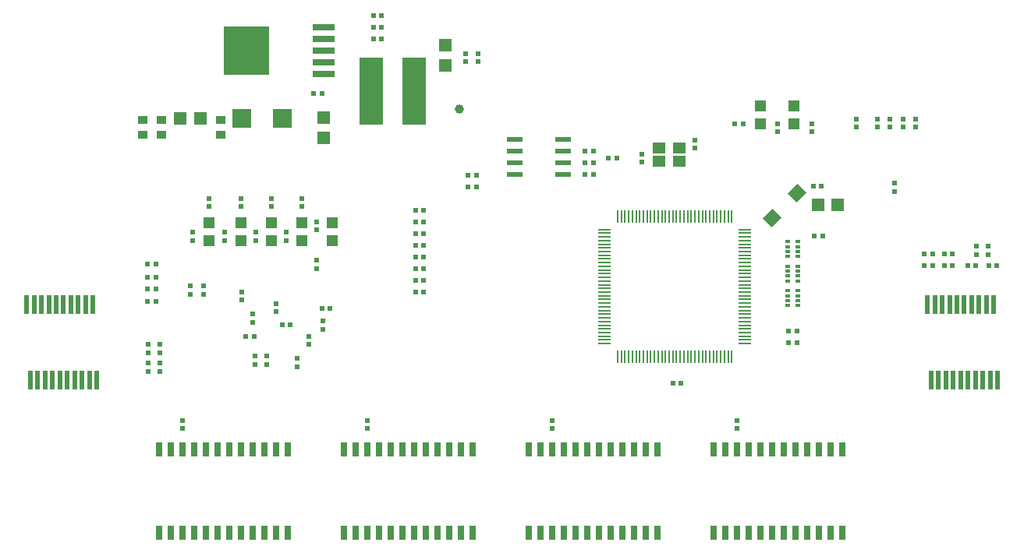
<source format=gtp>
G04*
G04 #@! TF.GenerationSoftware,Altium Limited,Altium Designer,20.0.2 (26)*
G04*
G04 Layer_Color=8421504*
%FSLAX25Y25*%
%MOIN*%
G70*
G01*
G75*
%ADD20R,0.05500X0.05500*%
%ADD21R,0.05500X0.05500*%
%ADD22R,0.04000X0.03500*%
G04:AMPARAMS|DCode=23|XSize=78.74mil|YSize=78.74mil|CornerRadius=0mil|HoleSize=0mil|Usage=FLASHONLY|Rotation=0.000|XOffset=0mil|YOffset=0mil|HoleType=Round|Shape=RoundedRectangle|*
%AMROUNDEDRECTD23*
21,1,0.07874,0.07874,0,0,0.0*
21,1,0.07874,0.07874,0,0,0.0*
1,1,0.00000,0.03937,-0.03937*
1,1,0.00000,-0.03937,-0.03937*
1,1,0.00000,-0.03937,0.03937*
1,1,0.00000,0.03937,0.03937*
%
%ADD23ROUNDEDRECTD23*%
%ADD24R,0.01970X0.07874*%
%ADD25R,0.01968X0.02362*%
%ADD26R,0.02362X0.01968*%
%ADD27R,0.05100X0.04700*%
G04:AMPARAMS|DCode=28|XSize=59.06mil|YSize=55.12mil|CornerRadius=0mil|HoleSize=0mil|Usage=FLASHONLY|Rotation=225.000|XOffset=0mil|YOffset=0mil|HoleType=Round|Shape=Rectangle|*
%AMROTATEDRECTD28*
4,1,4,0.00139,0.04037,0.04037,0.00139,-0.00139,-0.04037,-0.04037,-0.00139,0.00139,0.04037,0.0*
%
%ADD28ROTATEDRECTD28*%

%ADD29R,0.02165X0.01600*%
%ADD30R,0.02165X0.01200*%
%ADD31R,0.02992X0.06142*%
%ADD32R,0.07100X0.02400*%
%ADD33R,0.00787X0.05748*%
%ADD34R,0.05748X0.00787*%
%ADD35R,0.05512X0.04724*%
%ADD36C,0.03937*%
%ADD37R,0.10433X0.28740*%
%ADD38R,0.09449X0.03150*%
%ADD39R,0.19685X0.20866*%
D20*
X158000Y263750D02*
D03*
Y255250D02*
D03*
X210000Y286250D02*
D03*
Y294750D02*
D03*
D21*
X96750Y263500D02*
D03*
X105250D02*
D03*
X377750Y226500D02*
D03*
X369250D02*
D03*
D22*
X80500Y262650D02*
D03*
Y256350D02*
D03*
X114000Y262650D02*
D03*
Y256350D02*
D03*
X88500Y262650D02*
D03*
Y256350D02*
D03*
D23*
X140161Y263500D02*
D03*
X122839D02*
D03*
D24*
X416040Y183825D02*
D03*
X419190D02*
D03*
X422340D02*
D03*
X425490D02*
D03*
X428638D02*
D03*
X431787D02*
D03*
X434937D02*
D03*
X438087D02*
D03*
X441236D02*
D03*
X444386D02*
D03*
X445960Y151545D02*
D03*
X442810D02*
D03*
X439660D02*
D03*
X436510D02*
D03*
X433362D02*
D03*
X430213D02*
D03*
X427063D02*
D03*
X423913D02*
D03*
X420764D02*
D03*
X417614D02*
D03*
X32614D02*
D03*
X35764D02*
D03*
X38913D02*
D03*
X42063D02*
D03*
X45213D02*
D03*
X48362D02*
D03*
X51510D02*
D03*
X54660D02*
D03*
X57810D02*
D03*
X60960D02*
D03*
X59386Y183825D02*
D03*
X56236D02*
D03*
X53087D02*
D03*
X49937D02*
D03*
X46787D02*
D03*
X43638D02*
D03*
X40490D02*
D03*
X37340D02*
D03*
X34190D02*
D03*
X31040D02*
D03*
D25*
X157272Y274000D02*
D03*
X153728D02*
D03*
X124728Y170000D02*
D03*
X128272D02*
D03*
X143772Y175000D02*
D03*
X140228D02*
D03*
X179228Y297500D02*
D03*
X182772D02*
D03*
Y302500D02*
D03*
X179228D02*
D03*
X337272Y261000D02*
D03*
X333728D02*
D03*
X367228Y234500D02*
D03*
X370772D02*
D03*
X273272Y249500D02*
D03*
X269728D02*
D03*
X197228Y214000D02*
D03*
X200772D02*
D03*
X157228Y182000D02*
D03*
X160772D02*
D03*
X197228Y219000D02*
D03*
X200772D02*
D03*
X197228Y224000D02*
D03*
X200772D02*
D03*
X197228Y209000D02*
D03*
X200772D02*
D03*
X307228Y150000D02*
D03*
X310772D02*
D03*
X367728Y213000D02*
D03*
X371272D02*
D03*
X197228Y204000D02*
D03*
X200772D02*
D03*
X197228Y199000D02*
D03*
X200772D02*
D03*
X197228Y189000D02*
D03*
X200772D02*
D03*
X86272Y185000D02*
D03*
X82728D02*
D03*
Y190500D02*
D03*
X86272D02*
D03*
X82728Y195500D02*
D03*
X86272D02*
D03*
Y201000D02*
D03*
X82728D02*
D03*
X273272Y239500D02*
D03*
X269728D02*
D03*
X273272Y244500D02*
D03*
X269728D02*
D03*
X283272Y246500D02*
D03*
X279728D02*
D03*
X219728Y234000D02*
D03*
X223272D02*
D03*
X219728Y239000D02*
D03*
X223272D02*
D03*
X197228Y194000D02*
D03*
X200772D02*
D03*
X182772Y307500D02*
D03*
X179228D02*
D03*
X360272Y172500D02*
D03*
X356728D02*
D03*
X360272Y167500D02*
D03*
X356728D02*
D03*
X418272Y205500D02*
D03*
X414728D02*
D03*
Y200500D02*
D03*
X418272D02*
D03*
X426772D02*
D03*
X423228D02*
D03*
Y205500D02*
D03*
X426772D02*
D03*
X433228Y200500D02*
D03*
X436772D02*
D03*
X445772D02*
D03*
X442228D02*
D03*
D26*
X127500Y179772D02*
D03*
Y176228D02*
D03*
X224000Y287728D02*
D03*
Y291272D02*
D03*
X218500Y287728D02*
D03*
Y291272D02*
D03*
X352000Y261272D02*
D03*
Y257728D02*
D03*
X366500D02*
D03*
Y261272D02*
D03*
X385500Y259728D02*
D03*
Y263272D02*
D03*
X394500Y259728D02*
D03*
Y263272D02*
D03*
X400000Y259728D02*
D03*
Y263272D02*
D03*
X405500Y259728D02*
D03*
Y263272D02*
D03*
X411000Y259728D02*
D03*
Y263272D02*
D03*
X402000Y232228D02*
D03*
Y235772D02*
D03*
X97500Y130728D02*
D03*
Y134272D02*
D03*
X176500Y130728D02*
D03*
Y134272D02*
D03*
X255500Y130728D02*
D03*
Y134272D02*
D03*
X334500Y130728D02*
D03*
Y134272D02*
D03*
X102000Y214772D02*
D03*
Y211228D02*
D03*
X122500Y229272D02*
D03*
Y225728D02*
D03*
X129000Y214772D02*
D03*
Y211228D02*
D03*
X148500Y229272D02*
D03*
Y225728D02*
D03*
X151500Y170272D02*
D03*
Y166728D02*
D03*
X137500Y184272D02*
D03*
Y180728D02*
D03*
X128500Y158228D02*
D03*
Y161772D02*
D03*
X123000Y185728D02*
D03*
Y189272D02*
D03*
X155000Y215728D02*
D03*
Y219272D02*
D03*
X142000Y214772D02*
D03*
Y211228D02*
D03*
X135500Y229272D02*
D03*
Y225728D02*
D03*
X115500Y214772D02*
D03*
Y211228D02*
D03*
X109000Y229272D02*
D03*
Y225728D02*
D03*
X101000Y191772D02*
D03*
Y188228D02*
D03*
X106500Y191772D02*
D03*
Y188228D02*
D03*
X155000Y202772D02*
D03*
Y199228D02*
D03*
X88000Y158772D02*
D03*
Y155228D02*
D03*
X83000D02*
D03*
Y158772D02*
D03*
Y166772D02*
D03*
Y163228D02*
D03*
X88000D02*
D03*
Y166772D02*
D03*
X294000Y244728D02*
D03*
Y248272D02*
D03*
X316500Y250728D02*
D03*
Y254272D02*
D03*
X157500Y173228D02*
D03*
Y176772D02*
D03*
X146500Y160772D02*
D03*
Y157228D02*
D03*
X133500Y158228D02*
D03*
Y161772D02*
D03*
X437000Y205228D02*
D03*
Y208772D02*
D03*
X442000Y205228D02*
D03*
Y208772D02*
D03*
D27*
X344500Y261063D02*
D03*
Y268937D02*
D03*
X359000Y261063D02*
D03*
Y268937D02*
D03*
X109000Y211063D02*
D03*
Y218937D02*
D03*
X122500Y211063D02*
D03*
Y218937D02*
D03*
X135500Y211063D02*
D03*
Y218937D02*
D03*
X148500Y211063D02*
D03*
Y218937D02*
D03*
X161500Y211063D02*
D03*
Y218937D02*
D03*
D28*
X349685Y220685D02*
D03*
X360315Y231315D02*
D03*
D29*
X360567Y204350D02*
D03*
Y210650D02*
D03*
X356433D02*
D03*
Y204350D02*
D03*
X360567Y193850D02*
D03*
Y200150D02*
D03*
X356433D02*
D03*
Y193850D02*
D03*
X360567Y183350D02*
D03*
Y189650D02*
D03*
X356433D02*
D03*
Y183350D02*
D03*
D30*
X360567Y206516D02*
D03*
Y208484D02*
D03*
X356433D02*
D03*
Y206516D02*
D03*
X360567Y196016D02*
D03*
Y197984D02*
D03*
X356433D02*
D03*
Y196016D02*
D03*
X360567Y185516D02*
D03*
Y187484D02*
D03*
X356433D02*
D03*
Y185516D02*
D03*
D31*
X379500Y121815D02*
D03*
X374500D02*
D03*
X379500Y86185D02*
D03*
X369500Y121815D02*
D03*
X364500D02*
D03*
X349500D02*
D03*
X354500D02*
D03*
X359500D02*
D03*
X334500D02*
D03*
X339500D02*
D03*
X344500D02*
D03*
X324500D02*
D03*
X329500D02*
D03*
X374500Y86185D02*
D03*
X369500D02*
D03*
X364500D02*
D03*
X359500D02*
D03*
X354500D02*
D03*
X349500D02*
D03*
X344500D02*
D03*
X339500D02*
D03*
X334500D02*
D03*
X329500D02*
D03*
X324500D02*
D03*
X221500Y121815D02*
D03*
X216500D02*
D03*
X221500Y86185D02*
D03*
X211500Y121815D02*
D03*
X206500D02*
D03*
X191500D02*
D03*
X196500D02*
D03*
X201500D02*
D03*
X176500D02*
D03*
X181500D02*
D03*
X186500D02*
D03*
X166500D02*
D03*
X171500D02*
D03*
X216500Y86185D02*
D03*
X211500D02*
D03*
X206500D02*
D03*
X201500D02*
D03*
X196500D02*
D03*
X191500D02*
D03*
X186500D02*
D03*
X181500D02*
D03*
X176500D02*
D03*
X171500D02*
D03*
X166500D02*
D03*
X142500Y121815D02*
D03*
X137500D02*
D03*
X142500Y86185D02*
D03*
X132500Y121815D02*
D03*
X127500D02*
D03*
X112500D02*
D03*
X117500D02*
D03*
X122500D02*
D03*
X97500D02*
D03*
X102500D02*
D03*
X107500D02*
D03*
X87500D02*
D03*
X92500D02*
D03*
X137500Y86185D02*
D03*
X132500D02*
D03*
X127500D02*
D03*
X122500D02*
D03*
X117500D02*
D03*
X112500D02*
D03*
X107500D02*
D03*
X102500D02*
D03*
X97500D02*
D03*
X92500D02*
D03*
X87500D02*
D03*
X300500Y121815D02*
D03*
X295500D02*
D03*
X300500Y86185D02*
D03*
X290500Y121815D02*
D03*
X285500D02*
D03*
X270500D02*
D03*
X275500D02*
D03*
X280500D02*
D03*
X255500D02*
D03*
X260500D02*
D03*
X265500D02*
D03*
X245500D02*
D03*
X250500D02*
D03*
X295500Y86185D02*
D03*
X290500D02*
D03*
X285500D02*
D03*
X280500D02*
D03*
X275500D02*
D03*
X270500D02*
D03*
X265500D02*
D03*
X260500D02*
D03*
X255500D02*
D03*
X250500D02*
D03*
X245500D02*
D03*
D32*
X260236Y254500D02*
D03*
Y249500D02*
D03*
Y244500D02*
D03*
Y239500D02*
D03*
X239764D02*
D03*
Y244500D02*
D03*
Y249500D02*
D03*
Y254500D02*
D03*
D33*
X283591Y161461D02*
D03*
X285165Y161461D02*
D03*
X286740Y161461D02*
D03*
X288315Y161461D02*
D03*
X289890Y161461D02*
D03*
X291465Y161461D02*
D03*
X293039Y161461D02*
D03*
X294614Y161461D02*
D03*
X296189Y161461D02*
D03*
X297764D02*
D03*
X299339D02*
D03*
X300914D02*
D03*
X302488D02*
D03*
X304063D02*
D03*
X305638D02*
D03*
X307213D02*
D03*
X308787D02*
D03*
X310362D02*
D03*
X311937D02*
D03*
X313512D02*
D03*
X315087D02*
D03*
X316661D02*
D03*
X318236D02*
D03*
X319811D02*
D03*
X321386Y161461D02*
D03*
X322961Y161461D02*
D03*
X324535Y161461D02*
D03*
X326110Y161461D02*
D03*
X327685Y161461D02*
D03*
X329260Y161461D02*
D03*
X330835Y161461D02*
D03*
X332409Y161461D02*
D03*
Y221539D02*
D03*
X330835Y221539D02*
D03*
X329260Y221539D02*
D03*
X327685Y221539D02*
D03*
X326110Y221539D02*
D03*
X324535Y221539D02*
D03*
X322961Y221539D02*
D03*
X321386Y221539D02*
D03*
X319811Y221539D02*
D03*
X318236D02*
D03*
X316661D02*
D03*
X315087D02*
D03*
X313512D02*
D03*
X311937D02*
D03*
X310362D02*
D03*
X308787D02*
D03*
X307213D02*
D03*
X305638D02*
D03*
X304063D02*
D03*
X302488D02*
D03*
X300914D02*
D03*
X299339D02*
D03*
X297764D02*
D03*
X296189D02*
D03*
X294614Y221539D02*
D03*
X293039Y221539D02*
D03*
X291465Y221539D02*
D03*
X289890Y221539D02*
D03*
X288315Y221539D02*
D03*
X286740Y221539D02*
D03*
X285165Y221539D02*
D03*
X283591Y221539D02*
D03*
D34*
X338039Y167091D02*
D03*
X338039Y168665D02*
D03*
X338039Y170240D02*
D03*
X338039Y171815D02*
D03*
X338039Y173390D02*
D03*
X338039Y174965D02*
D03*
X338039Y176539D02*
D03*
X338039Y178114D02*
D03*
X338039Y179689D02*
D03*
Y181264D02*
D03*
Y182839D02*
D03*
Y184414D02*
D03*
Y185988D02*
D03*
Y187563D02*
D03*
Y189138D02*
D03*
Y190713D02*
D03*
Y192287D02*
D03*
Y193862D02*
D03*
Y195437D02*
D03*
Y197012D02*
D03*
Y198587D02*
D03*
Y200161D02*
D03*
Y201736D02*
D03*
Y203311D02*
D03*
X338039Y204886D02*
D03*
X338039Y206461D02*
D03*
X338039Y208035D02*
D03*
X338039Y209610D02*
D03*
X338039Y211185D02*
D03*
X338039Y212760D02*
D03*
X338039Y214335D02*
D03*
X338039Y215909D02*
D03*
X277961D02*
D03*
X277961Y214335D02*
D03*
X277961Y212760D02*
D03*
X277961Y211185D02*
D03*
X277961Y209610D02*
D03*
X277961Y208035D02*
D03*
X277961Y206461D02*
D03*
X277961Y204886D02*
D03*
X277961Y203311D02*
D03*
Y201736D02*
D03*
Y200161D02*
D03*
Y198587D02*
D03*
Y197012D02*
D03*
Y195437D02*
D03*
Y193862D02*
D03*
Y192287D02*
D03*
Y190713D02*
D03*
Y189138D02*
D03*
Y187563D02*
D03*
Y185988D02*
D03*
Y184414D02*
D03*
Y182839D02*
D03*
Y181264D02*
D03*
Y179689D02*
D03*
X277961Y178114D02*
D03*
X277961Y176539D02*
D03*
X277961Y174965D02*
D03*
X277961Y173390D02*
D03*
X277961Y171815D02*
D03*
X277961Y170240D02*
D03*
X277961Y168665D02*
D03*
X277961Y167091D02*
D03*
D35*
X301169Y250953D02*
D03*
X309831D02*
D03*
Y245047D02*
D03*
X301169D02*
D03*
D36*
X216000Y267500D02*
D03*
D37*
X178347Y275000D02*
D03*
X196653D02*
D03*
D38*
X158035Y282500D02*
D03*
Y287500D02*
D03*
Y292500D02*
D03*
Y297500D02*
D03*
Y302500D02*
D03*
D39*
X124965Y292500D02*
D03*
M02*

</source>
